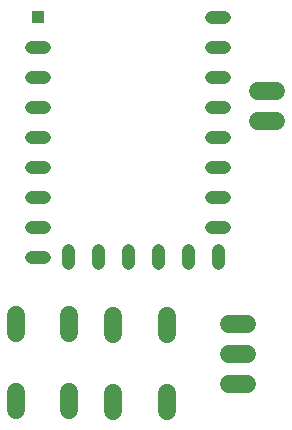
<source format=gbr>
G04 EAGLE Gerber RS-274X export*
G75*
%MOMM*%
%FSLAX34Y34*%
%LPD*%
%INTop Copper*%
%IPPOS*%
%AMOC8*
5,1,8,0,0,1.08239X$1,22.5*%
G01*
G04 Define Apertures*
%ADD10C,1.524000*%
%ADD11R,1.108000X1.108000*%
%ADD12C,1.108000*%
D10*
X274120Y299520D02*
X258880Y299520D01*
X258880Y324920D02*
X274120Y324920D01*
X248920Y76200D02*
X233680Y76200D01*
X233680Y101600D02*
X248920Y101600D01*
X248920Y127000D02*
X233680Y127000D01*
X98806Y134620D02*
X98806Y119380D01*
X53594Y119380D02*
X53594Y134620D01*
X98806Y69596D02*
X98806Y54356D01*
X53594Y54356D02*
X53594Y69596D01*
X181356Y118872D02*
X181356Y134112D01*
X136144Y134112D02*
X136144Y118872D01*
X181356Y69088D02*
X181356Y53848D01*
X136144Y53848D02*
X136144Y69088D01*
D11*
X72040Y387400D03*
D12*
X66500Y362000D02*
X77580Y362000D01*
X77580Y336600D02*
X66500Y336600D01*
X66500Y311200D02*
X77580Y311200D01*
X77580Y285800D02*
X66500Y285800D01*
X66500Y260400D02*
X77580Y260400D01*
X77580Y235000D02*
X66500Y235000D01*
X66500Y209600D02*
X77580Y209600D01*
X77580Y184200D02*
X66500Y184200D01*
X97440Y178660D02*
X97440Y189740D01*
X122840Y189740D02*
X122840Y178660D01*
X148240Y178660D02*
X148240Y189740D01*
X173640Y189740D02*
X173640Y178660D01*
X199040Y178660D02*
X199040Y189740D01*
X224440Y189740D02*
X224440Y178660D01*
X229980Y209600D02*
X218900Y209600D01*
X218900Y235000D02*
X229980Y235000D01*
X229980Y260400D02*
X218900Y260400D01*
X218900Y285800D02*
X229980Y285800D01*
X229980Y311200D02*
X218900Y311200D01*
X218900Y336600D02*
X229980Y336600D01*
X229980Y362000D02*
X218900Y362000D01*
X218900Y387400D02*
X229980Y387400D01*
M02*

</source>
